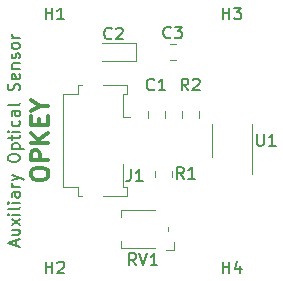
<source format=gbr>
G04 #@! TF.GenerationSoftware,KiCad,Pcbnew,(5.1.2)-2*
G04 #@! TF.CreationDate,2019-07-30T15:23:33+02:00*
G04 #@! TF.ProjectId,sensor_auxiliary,73656e73-6f72-45f6-9175-78696c696172,1*
G04 #@! TF.SameCoordinates,Original*
G04 #@! TF.FileFunction,Legend,Top*
G04 #@! TF.FilePolarity,Positive*
%FSLAX46Y46*%
G04 Gerber Fmt 4.6, Leading zero omitted, Abs format (unit mm)*
G04 Created by KiCad (PCBNEW (5.1.2)-2) date 2019-07-30 15:23:33*
%MOMM*%
%LPD*%
G04 APERTURE LIST*
%ADD10C,0.200000*%
%ADD11C,0.300000*%
%ADD12C,0.120000*%
%ADD13C,0.150000*%
G04 APERTURE END LIST*
D10*
X31766666Y-51404761D02*
X31766666Y-50928571D01*
X32052380Y-51500000D02*
X31052380Y-51166666D01*
X32052380Y-50833333D01*
X31385714Y-50071428D02*
X32052380Y-50071428D01*
X31385714Y-50500000D02*
X31909523Y-50500000D01*
X32004761Y-50452380D01*
X32052380Y-50357142D01*
X32052380Y-50214285D01*
X32004761Y-50119047D01*
X31957142Y-50071428D01*
X32052380Y-49690476D02*
X31385714Y-49166666D01*
X31385714Y-49690476D02*
X32052380Y-49166666D01*
X32052380Y-48785714D02*
X31385714Y-48785714D01*
X31052380Y-48785714D02*
X31100000Y-48833333D01*
X31147619Y-48785714D01*
X31100000Y-48738095D01*
X31052380Y-48785714D01*
X31147619Y-48785714D01*
X32052380Y-48166666D02*
X32004761Y-48261904D01*
X31909523Y-48309523D01*
X31052380Y-48309523D01*
X32052380Y-47785714D02*
X31385714Y-47785714D01*
X31052380Y-47785714D02*
X31100000Y-47833333D01*
X31147619Y-47785714D01*
X31100000Y-47738095D01*
X31052380Y-47785714D01*
X31147619Y-47785714D01*
X32052380Y-46880952D02*
X31528571Y-46880952D01*
X31433333Y-46928571D01*
X31385714Y-47023809D01*
X31385714Y-47214285D01*
X31433333Y-47309523D01*
X32004761Y-46880952D02*
X32052380Y-46976190D01*
X32052380Y-47214285D01*
X32004761Y-47309523D01*
X31909523Y-47357142D01*
X31814285Y-47357142D01*
X31719047Y-47309523D01*
X31671428Y-47214285D01*
X31671428Y-46976190D01*
X31623809Y-46880952D01*
X32052380Y-46404761D02*
X31385714Y-46404761D01*
X31576190Y-46404761D02*
X31480952Y-46357142D01*
X31433333Y-46309523D01*
X31385714Y-46214285D01*
X31385714Y-46119047D01*
X31385714Y-45880952D02*
X32052380Y-45642857D01*
X31385714Y-45404761D02*
X32052380Y-45642857D01*
X32290476Y-45738095D01*
X32338095Y-45785714D01*
X32385714Y-45880952D01*
X31052380Y-44071428D02*
X31052380Y-43880952D01*
X31100000Y-43785714D01*
X31195238Y-43690476D01*
X31385714Y-43642857D01*
X31719047Y-43642857D01*
X31909523Y-43690476D01*
X32004761Y-43785714D01*
X32052380Y-43880952D01*
X32052380Y-44071428D01*
X32004761Y-44166666D01*
X31909523Y-44261904D01*
X31719047Y-44309523D01*
X31385714Y-44309523D01*
X31195238Y-44261904D01*
X31100000Y-44166666D01*
X31052380Y-44071428D01*
X31385714Y-43214285D02*
X32385714Y-43214285D01*
X31433333Y-43214285D02*
X31385714Y-43119047D01*
X31385714Y-42928571D01*
X31433333Y-42833333D01*
X31480952Y-42785714D01*
X31576190Y-42738095D01*
X31861904Y-42738095D01*
X31957142Y-42785714D01*
X32004761Y-42833333D01*
X32052380Y-42928571D01*
X32052380Y-43119047D01*
X32004761Y-43214285D01*
X31385714Y-42452380D02*
X31385714Y-42071428D01*
X31052380Y-42309523D02*
X31909523Y-42309523D01*
X32004761Y-42261904D01*
X32052380Y-42166666D01*
X32052380Y-42071428D01*
X32052380Y-41738095D02*
X31385714Y-41738095D01*
X31052380Y-41738095D02*
X31100000Y-41785714D01*
X31147619Y-41738095D01*
X31100000Y-41690476D01*
X31052380Y-41738095D01*
X31147619Y-41738095D01*
X32004761Y-40833333D02*
X32052380Y-40928571D01*
X32052380Y-41119047D01*
X32004761Y-41214285D01*
X31957142Y-41261904D01*
X31861904Y-41309523D01*
X31576190Y-41309523D01*
X31480952Y-41261904D01*
X31433333Y-41214285D01*
X31385714Y-41119047D01*
X31385714Y-40928571D01*
X31433333Y-40833333D01*
X32052380Y-39976190D02*
X31528571Y-39976190D01*
X31433333Y-40023809D01*
X31385714Y-40119047D01*
X31385714Y-40309523D01*
X31433333Y-40404761D01*
X32004761Y-39976190D02*
X32052380Y-40071428D01*
X32052380Y-40309523D01*
X32004761Y-40404761D01*
X31909523Y-40452380D01*
X31814285Y-40452380D01*
X31719047Y-40404761D01*
X31671428Y-40309523D01*
X31671428Y-40071428D01*
X31623809Y-39976190D01*
X32052380Y-39357142D02*
X32004761Y-39452380D01*
X31909523Y-39500000D01*
X31052380Y-39500000D01*
X32004761Y-38261904D02*
X32052380Y-38119047D01*
X32052380Y-37880952D01*
X32004761Y-37785714D01*
X31957142Y-37738095D01*
X31861904Y-37690476D01*
X31766666Y-37690476D01*
X31671428Y-37738095D01*
X31623809Y-37785714D01*
X31576190Y-37880952D01*
X31528571Y-38071428D01*
X31480952Y-38166666D01*
X31433333Y-38214285D01*
X31338095Y-38261904D01*
X31242857Y-38261904D01*
X31147619Y-38214285D01*
X31100000Y-38166666D01*
X31052380Y-38071428D01*
X31052380Y-37833333D01*
X31100000Y-37690476D01*
X32004761Y-36880952D02*
X32052380Y-36976190D01*
X32052380Y-37166666D01*
X32004761Y-37261904D01*
X31909523Y-37309523D01*
X31528571Y-37309523D01*
X31433333Y-37261904D01*
X31385714Y-37166666D01*
X31385714Y-36976190D01*
X31433333Y-36880952D01*
X31528571Y-36833333D01*
X31623809Y-36833333D01*
X31719047Y-37309523D01*
X31385714Y-36404761D02*
X32052380Y-36404761D01*
X31480952Y-36404761D02*
X31433333Y-36357142D01*
X31385714Y-36261904D01*
X31385714Y-36119047D01*
X31433333Y-36023809D01*
X31528571Y-35976190D01*
X32052380Y-35976190D01*
X32004761Y-35547619D02*
X32052380Y-35452380D01*
X32052380Y-35261904D01*
X32004761Y-35166666D01*
X31909523Y-35119047D01*
X31861904Y-35119047D01*
X31766666Y-35166666D01*
X31719047Y-35261904D01*
X31719047Y-35404761D01*
X31671428Y-35500000D01*
X31576190Y-35547619D01*
X31528571Y-35547619D01*
X31433333Y-35500000D01*
X31385714Y-35404761D01*
X31385714Y-35261904D01*
X31433333Y-35166666D01*
X32052380Y-34547619D02*
X32004761Y-34642857D01*
X31957142Y-34690476D01*
X31861904Y-34738095D01*
X31576190Y-34738095D01*
X31480952Y-34690476D01*
X31433333Y-34642857D01*
X31385714Y-34547619D01*
X31385714Y-34404761D01*
X31433333Y-34309523D01*
X31480952Y-34261904D01*
X31576190Y-34214285D01*
X31861904Y-34214285D01*
X31957142Y-34261904D01*
X32004761Y-34309523D01*
X32052380Y-34404761D01*
X32052380Y-34547619D01*
X32052380Y-33785714D02*
X31385714Y-33785714D01*
X31576190Y-33785714D02*
X31480952Y-33738095D01*
X31433333Y-33690476D01*
X31385714Y-33595238D01*
X31385714Y-33500000D01*
D11*
X32978571Y-45464285D02*
X32978571Y-45178571D01*
X33050000Y-45035714D01*
X33192857Y-44892857D01*
X33478571Y-44821428D01*
X33978571Y-44821428D01*
X34264285Y-44892857D01*
X34407142Y-45035714D01*
X34478571Y-45178571D01*
X34478571Y-45464285D01*
X34407142Y-45607142D01*
X34264285Y-45750000D01*
X33978571Y-45821428D01*
X33478571Y-45821428D01*
X33192857Y-45750000D01*
X33050000Y-45607142D01*
X32978571Y-45464285D01*
X34478571Y-44178571D02*
X32978571Y-44178571D01*
X32978571Y-43607142D01*
X33050000Y-43464285D01*
X33121428Y-43392857D01*
X33264285Y-43321428D01*
X33478571Y-43321428D01*
X33621428Y-43392857D01*
X33692857Y-43464285D01*
X33764285Y-43607142D01*
X33764285Y-44178571D01*
X34478571Y-42678571D02*
X32978571Y-42678571D01*
X34478571Y-41821428D02*
X33621428Y-42464285D01*
X32978571Y-41821428D02*
X33835714Y-42678571D01*
X33692857Y-41178571D02*
X33692857Y-40678571D01*
X34478571Y-40464285D02*
X34478571Y-41178571D01*
X32978571Y-41178571D01*
X32978571Y-40464285D01*
X33764285Y-39535714D02*
X34478571Y-39535714D01*
X32978571Y-40035714D02*
X33764285Y-39535714D01*
X32978571Y-39035714D01*
D12*
X44600000Y-50200000D02*
X44600000Y-49800000D01*
X43500000Y-51600000D02*
X40600000Y-51600000D01*
X40600000Y-51600000D02*
X40600000Y-51000000D01*
X43500000Y-48400000D02*
X40600000Y-48400000D01*
X40600000Y-48400000D02*
X40600000Y-49000000D01*
X44400000Y-51800000D02*
X45100000Y-51800000D01*
X45100000Y-51800000D02*
X45100000Y-51100000D01*
X48300000Y-41100000D02*
X48300000Y-43900000D01*
X51700000Y-41100000D02*
X51700000Y-45300000D01*
X42890000Y-40561252D02*
X42890000Y-40038748D01*
X44310000Y-40561252D02*
X44310000Y-40038748D01*
X39000000Y-35785000D02*
X41885000Y-35785000D01*
X41885000Y-35785000D02*
X41885000Y-34215000D01*
X41885000Y-34215000D02*
X39000000Y-34215000D01*
X45261252Y-34290000D02*
X44738748Y-34290000D01*
X45261252Y-35710000D02*
X44738748Y-35710000D01*
X41410000Y-40540000D02*
X40820000Y-40540000D01*
X40820000Y-40540000D02*
X40820000Y-38560000D01*
X40820000Y-38560000D02*
X41170000Y-38560000D01*
X41170000Y-38560000D02*
X41170000Y-37790000D01*
X41170000Y-37790000D02*
X39120000Y-37790000D01*
X37300000Y-37790000D02*
X37000000Y-37790000D01*
X37000000Y-37790000D02*
X37000000Y-38590000D01*
X37000000Y-38590000D02*
X35700000Y-38590000D01*
X35700000Y-38590000D02*
X35700000Y-46410000D01*
X35700000Y-46410000D02*
X37000000Y-46410000D01*
X37000000Y-46410000D02*
X37000000Y-47210000D01*
X37000000Y-47210000D02*
X37300000Y-47210000D01*
X39120000Y-47210000D02*
X41170000Y-47210000D01*
X41170000Y-47210000D02*
X41170000Y-46440000D01*
X41170000Y-46440000D02*
X40820000Y-46440000D01*
X40820000Y-46440000D02*
X40820000Y-44460000D01*
X43490000Y-45038748D02*
X43490000Y-45561252D01*
X44910000Y-45038748D02*
X44910000Y-45561252D01*
X47210000Y-40038748D02*
X47210000Y-40561252D01*
X45790000Y-40038748D02*
X45790000Y-40561252D01*
D13*
X41904761Y-53052380D02*
X41571428Y-52576190D01*
X41333333Y-53052380D02*
X41333333Y-52052380D01*
X41714285Y-52052380D01*
X41809523Y-52100000D01*
X41857142Y-52147619D01*
X41904761Y-52242857D01*
X41904761Y-52385714D01*
X41857142Y-52480952D01*
X41809523Y-52528571D01*
X41714285Y-52576190D01*
X41333333Y-52576190D01*
X42190476Y-52052380D02*
X42523809Y-53052380D01*
X42857142Y-52052380D01*
X43714285Y-53052380D02*
X43142857Y-53052380D01*
X43428571Y-53052380D02*
X43428571Y-52052380D01*
X43333333Y-52195238D01*
X43238095Y-52290476D01*
X43142857Y-52338095D01*
X52138095Y-41952380D02*
X52138095Y-42761904D01*
X52185714Y-42857142D01*
X52233333Y-42904761D01*
X52328571Y-42952380D01*
X52519047Y-42952380D01*
X52614285Y-42904761D01*
X52661904Y-42857142D01*
X52709523Y-42761904D01*
X52709523Y-41952380D01*
X53709523Y-42952380D02*
X53138095Y-42952380D01*
X53423809Y-42952380D02*
X53423809Y-41952380D01*
X53328571Y-42095238D01*
X53233333Y-42190476D01*
X53138095Y-42238095D01*
X43433333Y-38157142D02*
X43385714Y-38204761D01*
X43242857Y-38252380D01*
X43147619Y-38252380D01*
X43004761Y-38204761D01*
X42909523Y-38109523D01*
X42861904Y-38014285D01*
X42814285Y-37823809D01*
X42814285Y-37680952D01*
X42861904Y-37490476D01*
X42909523Y-37395238D01*
X43004761Y-37300000D01*
X43147619Y-37252380D01*
X43242857Y-37252380D01*
X43385714Y-37300000D01*
X43433333Y-37347619D01*
X44385714Y-38252380D02*
X43814285Y-38252380D01*
X44100000Y-38252380D02*
X44100000Y-37252380D01*
X44004761Y-37395238D01*
X43909523Y-37490476D01*
X43814285Y-37538095D01*
X39833333Y-33837142D02*
X39785714Y-33884761D01*
X39642857Y-33932380D01*
X39547619Y-33932380D01*
X39404761Y-33884761D01*
X39309523Y-33789523D01*
X39261904Y-33694285D01*
X39214285Y-33503809D01*
X39214285Y-33360952D01*
X39261904Y-33170476D01*
X39309523Y-33075238D01*
X39404761Y-32980000D01*
X39547619Y-32932380D01*
X39642857Y-32932380D01*
X39785714Y-32980000D01*
X39833333Y-33027619D01*
X40214285Y-33027619D02*
X40261904Y-32980000D01*
X40357142Y-32932380D01*
X40595238Y-32932380D01*
X40690476Y-32980000D01*
X40738095Y-33027619D01*
X40785714Y-33122857D01*
X40785714Y-33218095D01*
X40738095Y-33360952D01*
X40166666Y-33932380D01*
X40785714Y-33932380D01*
X44833333Y-33757142D02*
X44785714Y-33804761D01*
X44642857Y-33852380D01*
X44547619Y-33852380D01*
X44404761Y-33804761D01*
X44309523Y-33709523D01*
X44261904Y-33614285D01*
X44214285Y-33423809D01*
X44214285Y-33280952D01*
X44261904Y-33090476D01*
X44309523Y-32995238D01*
X44404761Y-32900000D01*
X44547619Y-32852380D01*
X44642857Y-32852380D01*
X44785714Y-32900000D01*
X44833333Y-32947619D01*
X45166666Y-32852380D02*
X45785714Y-32852380D01*
X45452380Y-33233333D01*
X45595238Y-33233333D01*
X45690476Y-33280952D01*
X45738095Y-33328571D01*
X45785714Y-33423809D01*
X45785714Y-33661904D01*
X45738095Y-33757142D01*
X45690476Y-33804761D01*
X45595238Y-33852380D01*
X45309523Y-33852380D01*
X45214285Y-33804761D01*
X45166666Y-33757142D01*
X34238095Y-32252380D02*
X34238095Y-31252380D01*
X34238095Y-31728571D02*
X34809523Y-31728571D01*
X34809523Y-32252380D02*
X34809523Y-31252380D01*
X35809523Y-32252380D02*
X35238095Y-32252380D01*
X35523809Y-32252380D02*
X35523809Y-31252380D01*
X35428571Y-31395238D01*
X35333333Y-31490476D01*
X35238095Y-31538095D01*
X34238095Y-53752380D02*
X34238095Y-52752380D01*
X34238095Y-53228571D02*
X34809523Y-53228571D01*
X34809523Y-53752380D02*
X34809523Y-52752380D01*
X35238095Y-52847619D02*
X35285714Y-52800000D01*
X35380952Y-52752380D01*
X35619047Y-52752380D01*
X35714285Y-52800000D01*
X35761904Y-52847619D01*
X35809523Y-52942857D01*
X35809523Y-53038095D01*
X35761904Y-53180952D01*
X35190476Y-53752380D01*
X35809523Y-53752380D01*
X49238095Y-32252380D02*
X49238095Y-31252380D01*
X49238095Y-31728571D02*
X49809523Y-31728571D01*
X49809523Y-32252380D02*
X49809523Y-31252380D01*
X50190476Y-31252380D02*
X50809523Y-31252380D01*
X50476190Y-31633333D01*
X50619047Y-31633333D01*
X50714285Y-31680952D01*
X50761904Y-31728571D01*
X50809523Y-31823809D01*
X50809523Y-32061904D01*
X50761904Y-32157142D01*
X50714285Y-32204761D01*
X50619047Y-32252380D01*
X50333333Y-32252380D01*
X50238095Y-32204761D01*
X50190476Y-32157142D01*
X49238095Y-53752380D02*
X49238095Y-52752380D01*
X49238095Y-53228571D02*
X49809523Y-53228571D01*
X49809523Y-53752380D02*
X49809523Y-52752380D01*
X50714285Y-53085714D02*
X50714285Y-53752380D01*
X50476190Y-52704761D02*
X50238095Y-53419047D01*
X50857142Y-53419047D01*
X41466666Y-44952380D02*
X41466666Y-45666666D01*
X41419047Y-45809523D01*
X41323809Y-45904761D01*
X41180952Y-45952380D01*
X41085714Y-45952380D01*
X42466666Y-45952380D02*
X41895238Y-45952380D01*
X42180952Y-45952380D02*
X42180952Y-44952380D01*
X42085714Y-45095238D01*
X41990476Y-45190476D01*
X41895238Y-45238095D01*
X45933333Y-45752380D02*
X45600000Y-45276190D01*
X45361904Y-45752380D02*
X45361904Y-44752380D01*
X45742857Y-44752380D01*
X45838095Y-44800000D01*
X45885714Y-44847619D01*
X45933333Y-44942857D01*
X45933333Y-45085714D01*
X45885714Y-45180952D01*
X45838095Y-45228571D01*
X45742857Y-45276190D01*
X45361904Y-45276190D01*
X46885714Y-45752380D02*
X46314285Y-45752380D01*
X46600000Y-45752380D02*
X46600000Y-44752380D01*
X46504761Y-44895238D01*
X46409523Y-44990476D01*
X46314285Y-45038095D01*
X46333333Y-38252380D02*
X46000000Y-37776190D01*
X45761904Y-38252380D02*
X45761904Y-37252380D01*
X46142857Y-37252380D01*
X46238095Y-37300000D01*
X46285714Y-37347619D01*
X46333333Y-37442857D01*
X46333333Y-37585714D01*
X46285714Y-37680952D01*
X46238095Y-37728571D01*
X46142857Y-37776190D01*
X45761904Y-37776190D01*
X46714285Y-37347619D02*
X46761904Y-37300000D01*
X46857142Y-37252380D01*
X47095238Y-37252380D01*
X47190476Y-37300000D01*
X47238095Y-37347619D01*
X47285714Y-37442857D01*
X47285714Y-37538095D01*
X47238095Y-37680952D01*
X46666666Y-38252380D01*
X47285714Y-38252380D01*
M02*

</source>
